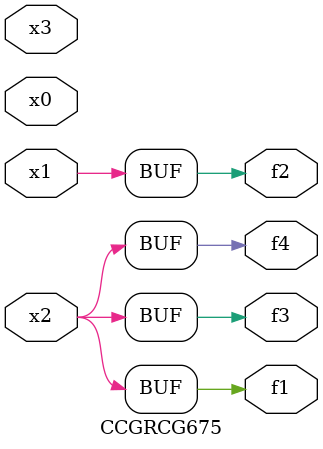
<source format=v>
module CCGRCG675(
	input x0, x1, x2, x3,
	output f1, f2, f3, f4
);
	assign f1 = x2;
	assign f2 = x1;
	assign f3 = x2;
	assign f4 = x2;
endmodule

</source>
